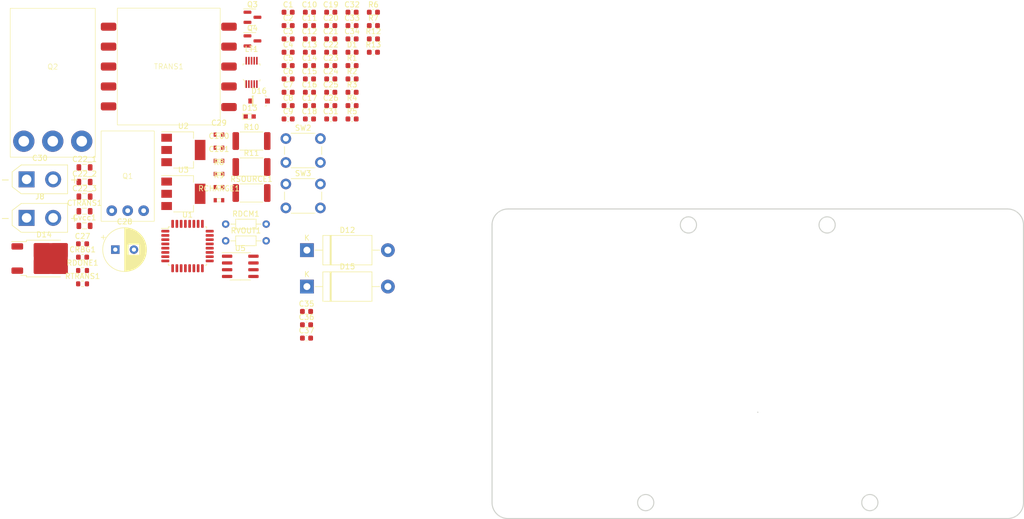
<source format=kicad_pcb>
(kicad_pcb (version 20221018) (generator pcbnew)
  (layers (0 "F.Cu" signal) (31 "B.Cu" signal) (34 "B.Paste" user) (35 "F.Paste" user) (36 "B.SilkS" user "B.Silkscreen") (37 "F.SilkS" user "F.Silkscreen") (38 "B.Mask" user) (39 "F.Mask" user) (44 "Edge.Cuts" user))
  (net 0 "")
  (net 1 "GND")
  (net 5 "+5V")
  (net 7 "V")
  (net 8 "Net-(U1-PF1)")
  (net 9 "Net-(U1-PF0)")
  (net 10 "Net-(LT1-vtrans)")
  (net 11 "Net-(LT1-rvout)")
  (net 12 "Net-(LT1-rdcm)")
  (net 13 "Net-(LT1-rbg)")
  (net 14 "Net-(D14-A)")
  (net 15 "Net-(Q3-B)")
  (net 16 "+15V")
  (net 17 "Net-(F1-Gate3)")
  (net 18 "Net-(F1-Source4)")
  (net 19 "Net-(D13-A)")
  (net 20 "CANL")
  (net 21 "CANH")
  (net 22 "GND2")
  (net 23 "CHARGE")
  (net 24 "14v")
  (net 25 "/source1")
  (net 26 "/source")
  (net 27 "/gate1")
  (net 28 "/gate")
  (net 29 "/drain1")
  (net 30 "+3V3")
  (net 31 "/drain")
  (net 32 "/DONE")
  (net 33 "NRST")
  (net 34 "TR_SIG")
  (net 35 "Net-(BZ1--)")
  (net 36 "KICK_SW")
  (net 37 "DR_SW")
  (net 43 "DR_PWM")
  (net 44 "Net-(C2-Pad2)")
  (net 46 "ENCODER_A")
  (net 47 "ENCODER_B")
  (net 48 "CANRX")
  (net 49 "CANTX")
  (net 50 "SYS-SWDIO")
  (net 51 "SYS-SWCLK")
  (net 53 "DIN")
  (net 54 "DOUT")
  (net 56 "Net-(U1-PB7)")
  (net 57 "Net-(U1-BOOT0)")
  (net 58 "14vv")
  (net 60 "Net-(D1-A)")
  (net 61 "Net-(D2-DIN)")
  (net 62 "Net-(J6-Pin_1)")
  (net 63 "Net-(D15-A2)")
  (net 64 "Net-(U2-GND)")
  (net 65 "Net-(D12-A2)")
  (net 66 "Net-(U2-VI)")
  (footprint "Capacitor_SMD:C_0603_1608Metric" (layer "F.Cu") (at 76.26 32.76)
    (fp_text reference "R5" (at 0 -1.43) (layer "F.SilkS"))
    (fp_text value "20k")
    (pad "1" smd roundrect (at -0.775 0) (size 0.9 0.95) (layers "F.Cu" "F.Paste" "F.Mask") (net 1 "GND"))
    (pad "2" smd roundrect (at 0.775 0) (size 0.9 0.95) (layers "F.Cu" "F.Paste" "F.Mask") (net 34 "TR_SIG"))
  )
  (footprint "Inductor_SMD:L_0805_2012Metric" (layer "F.Cu") (at 25.915 47.375)
    (fp_text reference "C22_3" (at 0 -1.55) (layer "F.SilkS"))
    (fp_text value "22uF")
    (pad "1" smd roundrect (at -1.0625 0) (size 0.875 1.2) (layers "F.Cu" "F.Paste" "F.Mask") (net 1 "GND"))
    (pad "2" smd roundrect (at 1.0625 0) (size 0.875 1.2) (layers "F.Cu" "F.Paste" "F.Mask") (net 24 "14v"))
  )
  (footprint "Package_QFP:LQFP-32_7x7mm_P0.8mm" (layer "F.Cu") (at 45.295 56.675)
    (fp_text reference "U1" (at 0 -5.88) (layer "F.SilkS"))
    (fp_text value "STM32F303K8Tx")
    (pad "1" smd roundrect (at -4.175 -2.8) (size 1.5 0.5) (layers "F.Cu" "F.Paste" "F.Mask") (net 30 "+3V3"))
    (pad "2" smd roundrect (at -4.175 -2) (size 1.5 0.5) (layers "F.Cu" "F.Paste" "F.Mask"))
    (pad "3" smd roundrect (at -4.175 -1.2) (size 1.5 0.5) (layers "F.Cu" "F.Paste" "F.Mask"))
    (pad "4" smd roundrect (at -4.175 -0.4) (size 1.5 0.5) (layers "F.Cu" "F.Paste" "F.Mask") (net 33 "NRST"))
    (pad "5" smd roundrect (at -4.175 0.4) (size 1.5 0.5) (layers "F.Cu" "F.Paste" "F.Mask") (net 30 "+3V3"))
    (pad "6" smd roundrect (at -4.175 1.2) (size 1.5 0.5) (layers "F.Cu" "F.Paste" "F.Mask") (net 34 "TR_SIG"))
    (pad "7" smd roundrect (at -4.175 2) (size 1.5 0.5) (layers "F.Cu" "F.Paste" "F.Mask") (net 35 "Net-(BZ1--)"))
    (pad "8" smd roundrect (at -4.175 2.8) (size 1.5 0.5) (layers "F.Cu" "F.Paste" "F.Mask") (net 36 "KICK_SW"))
    (pad "9" smd roundrect (at -2.8 4.175) (size 0.5 1.5) (layers "F.Cu" "F.Paste" "F.Mask") (net 37 "DR_SW"))
    (pad "10" smd roundrect (at -2 4.175) (size 0.5 1.5) (layers "F.Cu" "F.Paste" "F.Mask"))
    (pad "11" smd roundrect (at -1.2 4.175) (size 0.5 1.5) (layers "F.Cu" "F.Paste" "F.Mask"))
    (pad "12" smd roundrect (at -0.4 4.175) (size 0.5 1.5) (layers "F.Cu" "F.Paste" "F.Mask"))
    (pad "13" smd roundrect (at 0.4 4.175) (size 0.5 1.5) (layers "F.Cu" "F.Paste" "F.Mask"))
    (pad "14" smd roundrect (at 1.2 4.175) (size 0.5 1.5) (layers "F.Cu" "F.Paste" "F.Mask"))
    (pad "15" smd roundrect (at 2 4.175) (size 0.5 1.5) (layers "F.Cu" "F.Paste" "F.Mask") (net 43 "DR_PWM"))
    (pad "16" smd roundrect (at 2.8 4.175) (size 0.5 1.5) (layers "F.Cu" "F.Paste" "F.Mask") (net 1 "GND"))
    (pad "17" smd roundrect (at 4.175 2.8) (size 1.5 0.5) (layers "F.Cu" "F.Paste" "F.Mask") (net 44 "Net-(C2-Pad2)"))
    (pad "18" smd roundrect (at 4.175 2) (size 1.5 0.5) (layers "F.Cu" "F.Paste" "F.Mask"))
    (pad "19" smd roundrect (at 4.175 1.2) (size 1.5 0.5) (layers "F.Cu" "F.Paste" "F.Mask") (net 46 "ENCODER_A"))
    (pad "20" smd roundrect (at 4.175 0.4) (size 1.5 0.5) (layers "F.Cu" "F.Paste" "F.Mask") (net 47 "ENCODER_B"))
    (pad "21" smd roundrect (at 4.175 -0.4) (size 1.5 0.5) (layers "F.Cu" "F.Paste" "F.Mask") (net 48 "CANRX"))
    (pad "22" smd roundrect (at 4.175 -1.2) (size 1.5 0.5) (layers "F.Cu" "F.Paste" "F.Mask") (net 49 "CANTX"))
    (pad "23" smd roundrect (at 4.175 -2) (size 1.5 0.5) (layers "F.Cu" "F.Paste" "F.Mask") (net 50 "SYS-SWDIO"))
    (pad "24" smd roundrect (at 4.175 -2.8) (size 1.5 0.5) (layers "F.Cu" "F.Paste" "F.Mask") (net 51 "SYS-SWCLK"))
    (pad "25" smd roundrect (at 2.8 -4.175) (size 0.5 1.5) (layers "F.Cu" "F.Paste" "F.Mask"))
    (pad "26" smd roundrect (at 2 -4.175) (size 0.5 1.5) (layers "F.Cu" "F.Paste" "F.Mask") (net 50 "SYS-SWDIO"))
    (pad "27" smd roundrect (at 1.2 -4.175) (size 0.5 1.5) (layers "F.Cu" "F.Paste" "F.Mask") (net 53 "DIN"))
    (pad "28" smd roundrect (at 0.4 -4.175) (size 0.5 1.5) (layers "F.Cu" "F.Paste" "F.Mask") (net 54 "DOUT"))
    (pad "29" smd roundrect (at -0.4 -4.175) (size 0.5 1.5) (layers "F.Cu" "F.Paste" "F.Mask"))
    (pad "30" smd roundrect (at -1.2 -4.175) (size 0.5 1.5) (layers "F.Cu" "F.Paste" "F.Mask") (net 56 "Net-(U1-PB7)"))
    (pad "31" smd roundrect (at -2 -4.175) (size 0.5 1.5) (layers "F.Cu" "F.Paste" "F.Mask") (net 57 "Net-(U1-BOOT0)"))
    (pad "32" smd roundrect (at -2.8 -4.175) (size 0.5 1.5) (layers "F.Cu" "F.Paste" "F.Mask") (net 1 "GND"))
  )
  (footprint "Capacitor_SMD:C_0603_1608Metric" (layer "F.Cu") (at 64.23 25.23)
    (fp_text reference "C6" (at 0 -1.43) (layer "F.SilkS"))
    (fp_text value "0.1uF")
    (pad "1" smd roundrect (at -0.775 0) (size 0.9 0.95) (layers "F.Cu" "F.Paste" "F.Mask") (net 5 "+5V"))
    (pad "2" smd roundrect (at 0.775 0) (size 0.9 0.95) (layers "F.Cu" "F.Paste" "F.Mask") (net 1 "GND"))
  )
  (footprint "digikey-footprints:0603" (layer "F.Cu") (at 51.215 45.585)
    (fp_text reference "R9" (at 0 -2.2) (layer "F.SilkS"))
    (fp_text value "1kΩ")
    (pad "1" smd rect (at -0.7 0) (size 0.6 0.8) (layers "F.Cu" "F.Paste" "F.Mask") (net 25 "/source1"))
    (pad "2" smd rect (at 0.7 0) (size 0.6 0.8) (layers "F.Cu" "F.Paste" "F.Mask") (net 27 "/gate1"))
  )
  (footprint "Capacitor_SMD:C_0603_1608Metric" (layer "F.Cu") (at 76.26 27.74)
    (fp_text reference "R3" (at 0 -1.43) (layer "F.SilkS"))
    (fp_text value "10k")
    (pad "1" smd roundrect (at -0.775 0) (size 0.9 0.95) (layers "F.Cu" "F.Paste" "F.Mask") (net 53 "DIN"))
    (pad "2" smd roundrect (at 0.775 0) (size 0.9 0.95) (layers "F.Cu" "F.Paste" "F.Mask") (net 61 "Net-(D2-DIN)"))
  )
  (footprint "digikey-footprints:0603" (layer "F.Cu") (at 51.215 43.115)
    (fp_text reference "R8" (at 0 -2.2) (layer "F.SilkS"))
    (fp_text value "100Ω")
    (pad "1" smd rect (at -0.7 0) (size 0.6 0.8) (layers "F.Cu" "F.Paste" "F.Mask") (net 7 "V"))
    (pad "2" smd rect (at 0.7 0) (size 0.6 0.8) (layers "F.Cu" "F.Paste" "F.Mask") (net 27 "/gate1"))
  )
  (footprint "Capacitor_SMD:C_0603_1608Metric" (layer "F.Cu") (at 68.24 12.68)
    (fp_text reference "C10" (at 0 -1.43) (layer "F.SilkS"))
    (fp_text value "4.3pF")
    (pad "1" smd roundrect (at -0.775 0) (size 0.9 0.95) (layers "F.Cu" "F.Paste" "F.Mask") (net 9 "Net-(U1-PF0)"))
    (pad "2" smd roundrect (at 0.775 0) (size 0.9 0.95) (layers "F.Cu" "F.Paste" "F.Mask") (net 1 "GND"))
  )
  (footprint "digikey-footprints:0603" (layer "F.Cu") (at 51.215 38.175)
    (fp_text reference "C100" (at 0 -2.2) (layer "F.SilkS"))
    (fp_text value "10uF")
    (pad "1" smd rect (at -0.7 0) (size 0.6 0.8) (layers "F.Cu" "F.Paste" "F.Mask") (net 1 "GND"))
    (pad "2" smd rect (at 0.7 0) (size 0.6 0.8) (layers "F.Cu" "F.Paste" "F.Mask") (net 5 "+5V"))
  )
  (footprint "Capacitor_SMD:C_0603_1608Metric" (layer "F.Cu") (at 64.23 17.7)
    (fp_text reference "C3" (at 0 -1.43) (layer "F.SilkS"))
    (fp_text value "0.1uF")
    (pad "1" smd roundrect (at -0.775 0) (size 0.9 0.95) (layers "F.Cu" "F.Paste" "F.Mask") (net 1 "GND"))
    (pad "2" smd roundrect (at 0.775 0) (size 0.9 0.95) (layers "F.Cu" "F.Paste" "F.Mask") (net 30 "+3V3"))
  )
  (footprint "Resistor_THT:R_Axial_DIN0204_L3.6mm_D1.6mm_P7.62mm_Horizontal" (layer "F.Cu") (at 52.475 52.545)
    (fp_text reference "RDCM1" (at 3.81 -1.92) (layer "F.SilkS"))
    (fp_text value "42kΩ")
    (pad "1" thru_hole circle (at 0 0) (size 1.4 1.4) (drill 0.7) (layers "*.Cu" "*.Mask") (net 12 "Net-(LT1-rdcm)"))
    (pad "2" thru_hole oval (at 7.62 0) (size 1.4 1.4) (drill 0.7) (layers "*.Cu" "*.Mask") (net 31 "/drain"))
  )
  (footprint "Capacitor_SMD:C_0603_1608Metric" (layer "F.Cu") (at 80.27 15.19)
    (fp_text reference "R7" (at 0 -1.43) (layer "F.SilkS"))
    (fp_text value "10k")
    (pad "1" smd roundrect (at -0.775 0) (size 0.9 0.95) (layers "F.Cu" "F.Paste" "F.Mask") (net 17 "Net-(F1-Gate3)"))
    (pad "2" smd roundrect (at 0.775 0) (size 0.9 0.95) (layers "F.Cu" "F.Paste" "F.Mask") (net 1 "GND"))
  )
  (footprint "Capacitor_SMD:C_0603_1608Metric" (layer "F.Cu") (at 67.69 74)
    (fp_text reference "C37" (at 0 -1.43) (layer "F.SilkS"))
    (fp_text value "0.1uF")
    (pad "1" smd roundrect (at -0.775 0) (size 0.9 0.95) (layers "F.Cu" "F.Paste" "F.Mask") (net 63 "Net-(D15-A2)"))
    (pad "2" smd roundrect (at 0.775 0) (size 0.9 0.95) (layers "F.Cu" "F.Paste" "F.Mask") (net 1 "GND"))
  )
  (footprint "Package_SO:SOIC-8_3.9x4.9mm_P1.27mm" (layer "F.Cu") (at 55.225 60.495)
    (fp_text reference "U5" (at 0 -3.4) (layer "F.SilkS"))
    (fp_text value "MCP2551-I-SN")
    (pad "1" smd roundrect (at -2.475 -1.905) (size 1.95 0.6) (layers "F.Cu" "F.Paste" "F.Mask") (net 49 "CANTX"))
    (pad "2" smd roundrect (at -2.475 -0.635) (size 1.95 0.6) (layers "F.Cu" "F.Paste" "F.Mask") (net 1 "GND"))
    (pad "3" smd roundrect (at -2.475 0.635) (size 1.95 0.6) (layers "F.Cu" "F.Paste" "F.Mask") (net 5 "+5V"))
    (pad "4" smd roundrect (at -2.475 1.905) (size 1.95 0.6) (layers "F.Cu" "F.Paste" "F.Mask") (net 48 "CANRX"))
    (pad "5" smd roundrect (at 2.475 1.905) (size 1.95 0.6) (layers "F.Cu" "F.Paste" "F.Mask"))
    (pad "6" smd roundrect (at 2.475 0.635) (size 1.95 0.6) (layers "F.Cu" "F.Paste" "F.Mask") (net 20 "CANL"))
    (pad "7" smd roundrect (at 2.475 -0.635) (size 1.95 0.6) (layers "F.Cu" "F.Paste" "F.Mask") (net 21 "CANH"))
    (pad "8" smd roundrect (at 2.475 -1.905) (size 1.95 0.6) (layers "F.Cu" "F.Paste" "F.Mask") (net 1 "GND"))
  )
  (footprint "Connector_AMASS:AMASS_XT30UPB-F_1x02_P5.0mm_Vertical" (layer "F.Cu") (at 15.015 51.375)
    (fp_text reference "J8" (at 2.5 -4) (layer "F.SilkS"))
    (fp_text value "Conn_01x02_Pin")
    (fp_text user "+" (at 9 0) (layer "F.SilkS") (effects (font (size 1.5 1.5))))
    (fp_text user "-" (at -4 0) (layer "F.SilkS") (effects (font (size 1.5 1.5))))
    (pad "1" thru_hole rect (at 0 0) (size 3 3) (drill 1.8) (layers "*.Cu" "*.Mask") (net 22 "GND2"))
    (pad "2" thru_hole circle (at 5 0) (size 3 3) (drill 1.8) (layers "*.Cu" "*.Mask") (net 29 "/drain1"))
  )
  (footprint "Capacitor_SMD:C_0603_1608Metric" (layer "F.Cu") (at 80.27 12.68)
    (fp_text reference "R6" (at 0 -1.43) (layer "F.SilkS"))
    (fp_text value "10k")
    (pad "1" smd roundrect (at -0.775 0) (size 0.9 0.95) (layers "F.Cu" "F.Paste" "F.Mask") (net 15 "Net-(Q3-B)"))
    (pad "2" smd roundrect (at 0.775 0) (size 0.9 0.95) (layers "F.Cu" "F.Paste" "F.Mask") (net 1 "GND"))
  )
  (footprint "DCDC1_library:tk20a60u" (layer "F.Cu") (at 34.04 44.02)
    (fp_text reference "Q1" (at 0 -0.5 unlocked) (layer "F.SilkS") (effects (font (thickness 0.1))))
    (fp_text value "tk20a60u")
    (pad "1" thru_hole circle (at 3 6 180) (size 2 2) (drill 0.9) (layers "*.Cu" "*.Mask") (net 28 "/gate"))
    (pad "2" thru_hole circle (at 0 6 180) (size 2 2) (drill 0.9) (layers "*.Cu" "*.Mask"))
    (pad "3" thru_hole circle (at -3 6 180) (size 2 2) (drill 0.9) (layers "*.Cu" "*.Mask") (net 26 "/source"))
  )
  (footprint "Capacitor_SMD:C_0603_1608Metric" (layer "F.Cu") (at 76.26 20.21)
    (fp_text reference "D1" (at 0 -1.43) (layer "F.SilkS"))
    (fp_text value "LED")
    (pad "1" smd roundrect (at -0.775 0) (size 0.9 0.95) (layers "F.Cu" "F.Paste" "F.Mask") (net 1 "GND"))
    (pad "2" smd roundrect (at 0.775 0) (size 0.9 0.95) (layers "F.Cu" "F.Paste" "F.Mask") (net 60 "Net-(D1-A)"))
  )
  (footprint "Capacitor_SMD:C_0603_1608Metric" (layer "F.Cu") (at 68.24 27.74)
    (fp_text reference "C16" (at 0 -1.43) (layer "F.SilkS"))
    (fp_text value "0.1uF")
    (pad "1" smd roundrect (at -0.775 0) (size 0.9 0.95) (layers "F.Cu" "F.Paste" "F.Mask") (net 5 "+5V"))
    (pad "2" smd roundrect (at 0.775 0) (size 0.9 0.95) (layers "F.Cu" "F.Paste" "F.Mask") (net 1 "GND"))
  )
  (footprint "Capacitor_SMD:C_0603_1608Metric" (layer "F.Cu") (at 76.26 17.7)
    (fp_text reference "C34" (at 0 -1.43) (layer "F.SilkS"))
    (fp_text value "0.1uF")
    (pad "1" smd roundrect (at -0.775 0) (size 0.9 0.95) (layers "F.Cu" "F.Paste" "F.Mask") (net 65 "Net-(D12-A2)"))
    (pad "2" smd roundrect (at 0.775 0) (size 0.9 0.95) (layers "F.Cu" "F.Paste" "F.Mask") (net 1 "GND"))
  )
  (footprint "Capacitor_SMD:C_0603_1608Metric" (layer "F.Cu") (at 64.23 12.68)
    (fp_text reference "C1" (at 0 -1.43) (layer "F.SilkS"))
    (fp_text value "0.1uF")
    (pad "1" smd roundrect (at -0.775 0) (size 0.9 0.95) (layers "F.Cu" "F.Paste" "F.Mask") (net 1 "GND"))
    (pad "2" smd roundrect (at 0.775 0) (size 0.9 0.95) (layers "F.Cu" "F.Paste" "F.Mask") (net 30 "+3V3"))
  )
  (footprint "Inductor_SMD:L_0805_2012Metric" (layer "F.Cu") (at 25.915 52.875)
    (fp_text reference "Cvcc1" (at 0 -1.55) (layer "F.SilkS"))
    (fp_text value "10uF")
    (pad "1" smd roundrect (at -1.0625 0) (size 0.875 1.2) (layers "F.Cu" "F.Paste" "F.Mask") (net 24 "14v"))
    (pad "2" smd roundrect (at 1.0625 0) (size 0.875 1.2) (layers "F.Cu" "F.Paste" "F.Mask") (net 1 "GND"))
  )
  (footprint "Capacitor_SMD:C_0603_1608Metric" (layer "F.Cu") (at 72.25 32.76)
    (fp_text reference "C31" (at 0 -1.43) (layer "F.SilkS"))
    (fp_text value "22uF")
    (pad "1" smd roundrect (at -0.775 0) (size 0.9 0.95) (layers "F.Cu" "F.Paste" "F.Mask") (net 63 "Net-(D15-A2)"))
    (pad "2" smd roundrect (at 0.775 0) (size 0.9 0.95) (layers "F.Cu" "F.Paste" "F.Mask") (net 64 "Net-(U2-GND)"))
  )
  (footprint "Package_TO_SOT_SMD:SOT-223-3_TabPin2" (layer "F.Cu") (at 44.515 46.845)
    (fp_text reference "U3" (at 0 -4.5) (layer "F.SilkS"))
    (fp_text value "AMS1117-5.0")
    (pad "1" smd rect (at -3.15 -2.3) (size 2 1.5) (layers "F.Cu" "F.Paste" "F.Mask") (net 1 "GND"))
    (pad "2" smd rect (at -3.15 0) (size 2 1.5) (layers "F.Cu" "F.Paste" "F.Mask") (net 65 "Net-(D12-A2)"))
    (pad "2" smd rect (at 3.15 0) (size 2 3.8) (layers "F.Cu" "F.Paste" "F.Mask") (net 65 "Net-(D12-A2)"))
    (pad "3" smd rect (at -3.15 2.3) (size 2 1.5) (layers "F.Cu" "F.Paste" "F.Mask") (net 63 "Net-(D15-A2)"))
  )
  (footprint "Capacitor_SMD:C_0603_1608Metric" (layer "F.Cu") (at 64.23 32.76)
    (fp_text reference "C9" (at 0 -1.43) (layer "F.SilkS"))
    (fp_text value "4.7uF")
    (pad "1" smd roundrect (at -0.775 0) (size 0.9 0.95) (layers "F.Cu" "F.Paste" "F.Mask") (net 1 "GND"))
    (pad "2" smd roundrect (at 0.775 0) (size 0.9 0.95) (layers "F.Cu" "F.Paste" "F.Mask") (net 30 "+3V3"))
  )
  (footprint "Capacitor_SMD:C_0603_1608Metric" (layer "F.Cu") (at 76.26 15.19)
    (fp_text reference "C33" (at 0 -1.43) (layer "F.SilkS"))
    (fp_text value "0.1uF")
    (pad "1" smd roundrect (at -0.775 0) (size 0.9 0.95) (layers "F.Cu" "F.Paste" "F.Mask") (net 58 "14vv"))
    (pad "2" smd roundrect (at 0.775 0) (size 0.9 0.95) (layers "F.Cu" "F.Paste" "F.Mask") (net 1 "GND"))
  )
  (footprint "Capacitor_SMD:C_0603_1608Metric" (layer "F.Cu") (at 76.26 30.25)
    (fp_text reference "R4" (at 0 -1.43) (layer "F.SilkS"))
    (fp_text value "470")
    (pad "1" smd roundrect (at -0.775 0) (size 0.9 0.95) (layers "F.Cu" "F.Paste" "F.Mask") (net 62 "Net-(J6-Pin_1)"))
    (pad "2" smd roundrect (at 0.775 0) (size 0.9 0.95) (layers "F.Cu" "F.Paste" "F.Mask") (net 5 "+5V"))
  )
  (footprint "digikey-footprints:0603" (layer "F.Cu") (at 51.215 40.645)
    (fp_text reference "C101" (at 0 -2.2) (layer "F.SilkS"))
    (fp_text value "0.1uF")
    (pad "1" smd rect (at -0.7 0) (size 0.6 0.8) (layers "F.Cu" "F.Paste" "F.Mask") (net 1 "GND"))
    (pad "2" smd rect (at 0.7 0) (size 0.6 0.8) (layers "F.Cu" "F.Paste" "F.Mask") (net 5 "+5V"))
  )
  (footprint "Inductor_SMD:L_0805_2012Metric" (layer "F.Cu") (at 25.915 41.875)
    (fp_text reference "C22_1" (at 0 -1.55) (layer "F.SilkS"))
    (fp_text value "22uF")
    (pad "1" smd roundrect (at -1.0625 0) (size 0.875 1.2) (layers "F.Cu" "F.Paste" "F.Mask") (net 1 "GND"))
    (pad "2" smd roundrect (at 1.0625 0) (size 0.875 1.2) (layers "F.Cu" "F.Paste" "F.Mask") (net 24 "14v"))
  )
  (footprint "digikey-footprints:0603" (layer "F.Cu") (at 51.215 48.055)
    (fp_text reference "RCHARGE1" (at 0 -2.2) (layer "F.SilkS"))
    (fp_text value "1kΩ")
    (pad "1" smd rect (at -0.7 0) (size 0.6 0.8) (layers "F.Cu" "F.Paste" "F.Mask") (net 19 "Net-(D13-A)"))
    (pad "2" smd rect (at 0.7 0) (size 0.6 0.8) (layers "F.Cu" "F.Paste" "F.Mask") (net 23 "CHARGE"))
  )
  (footprint "Resistor_SMD:R_2512_6332Metric" (layer "F.Cu") (at 57.335 41.805)
    (fp_text reference "R11" (at 0 -2.62) (layer "F.SilkS"))
    (fp_text value "120Ω")
    (pad "1" smd roundrect (at -2.9625 0) (size 1.225 3.35) (layers "F.Cu" "F.Paste" "F.Mask") (roundrect_rratio 0.204082) (net 21 "CANH"))
    (pad "2" smd roundrect (at 2.9625 0) (size 1.225 3.35) (layers "F.Cu" "F.Paste" "F.Mask") (roundrect_rratio 0.204082) (net 20 "CANL"))
  )
  (footprint "Resistor_THT:R_Axial_DIN0204_L3.6mm_D1.6mm_P7.62mm_Horizontal" (layer "F.Cu") (at 52.475 55.695)
    (fp_text reference "RVOUT1" (at 3.81 -1.92) (layer "F.SilkS"))
    (fp_text value "30kΩ")
    (pad "1" thru_hole circle (at 0 0) (size 1.4 1.4) (drill 0.7) (layers "*.Cu" "*.Mask") (net 11 "Net-(LT1-rvout)"))
    (pad "2" thru_hole oval (at 7.62 0) (size 1.4 1.4) (drill 0.7) (layers "*.Cu" "*.Mask") (net 31 "/drain"))
  )
  (footprint "Capacitor_SMD:C_0603_1608Metric" (layer "F.Cu") (at 72.25 27.74)
    (fp_text reference "C25" (at 0 -1.43) (layer "F.SilkS"))
    (fp_text value "0.1uF")
    (pad "1" smd roundrect (at -0.775 0) (size 0.9 0.95) (layers "F.Cu" "F.Paste" "F.Mask") (net 5 "+5V"))
    (pad "2" smd roundrect (at 0.775 0) (size 0.9 0.95) (layers "F.Cu" "F.Paste" "F.Mask") (net 1 "GND"))
  )
  (footprint "Resistor_SMD:R_0603_1608Metric" (layer "F.Cu") (at 25.545 61.275)
    (fp_text reference "RDONE1" (at 0 -1.43) (layer "F.SilkS"))
    (fp_text value "100kΩ")
    (pad "1" smd roundrect (at -0.825 0) (size 0.8 0.95) (layers "F.Cu" "F.Paste" "F.Mask") (net 5 "+5V"))
    (pad "2" smd roundrect (at 0.825 0) (size 0.8 0.95) (layers "F.Cu" "F.Paste" "F.Mask") (net 32 "/DONE"))
  )
  (footprint "Capacitor_THT:CP_Radial_D8.0mm_P3.50mm" (layer "F.Cu") (at 31.709698 57.345)
    (fp_text reference "C28" (at 1.75 -5.25) (layer "F.SilkS"))
    (fp_text value "150uF 35v")
    (pad "1" thru_hole rect (at 0 0) (size 1.6 1.6) (drill 0.8) (layers "*.Cu" "*.Mask") (net 1 "GND"))
    (pad "2" thru_hole circle (at 3.5 0) (size 1.6 1.6) (drill 0.8) (layers "*.Cu" "*.Mask") (net 24 "14v"))
  )
  (footprint "Capacitor_SMD:C_0603_1608Metric" (layer "F.Cu") (at 76.26 12.68)
    (fp_text reference "C32" (at 0 -1.43) (layer "F.SilkS"))
    (fp_text value "0.1uF")
    (pad "1" smd roundrect (at -0.775 0) (size 0.9 0.95) (layers "F.Cu" "F.Paste" "F.Mask") (net 63 "Net-(D15-A2)"))
    (pad "2" smd roundrect (at 0.775 0) (size 0.9 0.95) (layers "F.Cu" "F.Paste" "F.Mask") (net 1 "GND"))
  )
  (footprint "Resistor_SMD:R_0603_1608Metric" (layer "F.Cu") (at 25.545 63.785)
    (fp_text reference "RTRANS1" (at 0 -1.43) (layer "F.SilkS"))
    (fp_text value "0Ω")
    (pad "1" smd roundrect (at -0.825 0) (size 0.8 0.95) (layers "F.Cu" "F.Paste" "F.Mask") (net 24 "14v"))
    (pad "2" smd roundrect (at 0.825 0) (size 0.8 0.95) (layers "F.Cu" "F.Paste" "F.Mask") (net 10 "Net-(LT1-vtrans)"))
  )
  (footprint "Diode_THT:D_DO-201AE_P15.24mm_Horizontal" (layer "F.Cu") (at 67.76 64.3)
    (fp_text reference "D15" (at 7.62 -3.77) (layer "F.SilkS"))
    (fp_text value "1.5KExxA")
    (fp_text user "K" (at 0 -2.3) (layer "F.SilkS"))
    (pad "1" thru_hole rect (at 0 0) (size 2.6 2.6) (drill 1.3) (layers "*.Cu" "*.Mask") (net 5 "+5V"))
    (pad "2" thru_hole oval (at 15.24 0) (size 2.6 2.6) (drill 1.3) (layers "*.Cu" "*.Mask") (net 63 "Net-(D15-A2)"))
  )
  (footprint "Capacitor_SMD:C_0603_1608Metric" (layer "F.Cu") (at 72.25 15.19)
    (fp_text reference "C20" (at 0 -1.43) (layer "F.SilkS"))
    (fp_text value "0.1uF")
    (pad "1" smd roundrect (at -0.775 0) (size 0.9 0.95) (layers "F.Cu" "F.Paste" "F.Mask") (net 5 "+5V"))
    (pad "2" smd roundrect (at 0.775 0) (size 0.9 0.95) (layers "F.Cu" "F.Paste" "F.Mask") (net 1 "GND"))
  )
  (footprint "Capacitor_SMD:C_0603_1608Metric" (layer "F.Cu") (at 68.24 17.7)
    (fp_text reference "C12" (at 0 -1.43) (layer "F.SilkS"))
    (fp_text value "0.1uF")
    (pad "1" smd roundrect (at -0.775 0) (size 0.9 0.95) (layers "F.Cu" "F.Paste" "F.Mask") (net 5 "+5V"))
    (pad "2" smd roundrect (at 0.775 0) (size 0.9 0.95) (layers "F.Cu" "F.Paste" "F.Mask") (net 1 "GND"))
  )
  (footprint "Resistor_SMD:R_2512_6332Metric" (layer "F.Cu") (at 57.335 46.695)
    (fp_text reference "RSOURCE1" (at 0 -2.62) (layer "F.SilkS"))
    (fp_text value "0.01Ω")
    (pad "1" smd roundrect (at -2.9625 0) (size 1.225 3.35) (layers "F.Cu" "F.Paste" "F.Mask") (roundrect_rratio 0.204082) (net 1 "GND"))
    (pad "2" smd roundrect (at 2.9625 0) (size 1.225 3.35) (layers "F.Cu" "F.Paste" "F.Mask") (roundrect_rratio 0.204082) (net 26 "/source"))
  )
  (footprint "Capacitor_SMD:C_0603_1608Metric" (layer "F.Cu") (at 68.24 22.72)
    (fp_text reference "C14" (at 0 -1.43) (layer "F.SilkS"))
    (fp_text value "0.1uF")
    (pad "1" smd roundrect (at -0.775 0) (size 0.9 0.95) (layers "F.Cu" "F.Paste" "F.Mask") (net 5 "+5V"))
    (pad "2" smd roundrect (at 0.775 0) (size 0.9 0.95) (layers "F.Cu" "F.Paste" "F.Mask") (net 1 "GND"))
  )
  (footprint "Capacitor_SMD:C_0603_1608Metric" (layer "F.Cu") (at 64.23 27.74)
    (fp_text reference "C7" (at 0 -1.43) (layer "F.SilkS"))
    (fp_text value "0.1uF")
    (pad "1" smd roundrect (at -0.775 0) (size 0.9 0.95) (layers "F.Cu" "F.Paste" "F.Mask") (net 5 "+5V"))
    (pad "2" smd roundrect (at 0.775 0) (size 0.9 0.95) (layers "F.Cu" "F.Paste" "F.Mask") (net 1 "GND"))
  )
  (footprint "Package_TO_SOT_SMD:TO-252-2" (layer "F.Cu") (at 18.305 59.025)
    (fp_text reference "D14" (at 0 -4.5) (layer "F.SilkS"))
    (fp_text value "1N4007G")
    (pad "1" smd roundrect (at -5.04 -2.28) (size 2.2 1.2) (layers "F.Cu" "F.Paste" "F.Mask") (roundrect_rratio 0.208333) (net 22 "GND2"))
    (pad "2" smd roundrect (at -0.415 -1.525) (size 3.05 2.75) (layers "F.Cu" "F.Paste") (roundrect_rratio 0.090909) (net 14 "Net-(D14-A)"))
    (pad "2" smd roundrect (at -0.415 1.525) (size 3.05 2.75) (layers "F.Cu" "F.Paste") (roundrect_rratio 0.090909) (net 14 "Net-(D14-A)"))
    (pad "2" smd roundrect (at 1.26 0) (size 6.4 5.8) (layers "F.Cu" "F.Mask") (roundrect_rratio 0.043103) (net 14 "Net-(D14-A)"))
    (pad "2" smd roundrect (at 2.935 -1.525) (size 3.05 2.75) (layers "F.Cu" "F.Paste") (roundrect_rratio 0.090909) (net 14 "Net-(D14-A)"))
    (pad "2" smd roundrect (at 2.935 1.525) (size 3.05 2.75) (layers "F.Cu" "F.Paste") (roundrect_rratio 0.090909) (net 14 "Net-(D14-A)"))
    (pad "3" smd roundrect (at -5.04 2.28) (size 2.2 1.2) (layers "F.Cu" "F.Paste" "F.Mask") (roundrect_rratio 0.208333))
  )
  (footprint "Capacitor_SMD:C_0603_1608Metric" (layer "F.Cu") (at 68.24 32.76)
    (fp_text reference "C18" (at 0 -1.43) (layer "F.SilkS"))
    (fp_text value "0.1uF")
    (pad "1" smd roundrect (at -0.775 0) (size 0.9 0.95) (layers "F.Cu" "F.Paste" "F.Mask") (net 5 "+5V"))
    (pad "2" smd roundrect (at 0.775 0) (size 0.9 0.95) (layers "F.Cu" "F.Paste" "F.Mask") (net 1 "GND"))
  )
  (footprint "Capacitor_SMD:C_0603_1608Metric" (layer "F.Cu") (at 72.25 30.25)
    (fp_text reference "C26" (at 0 -1.43) (layer "F.SilkS"))
    (fp_text value "0.1uF")
    (pad "1" smd roundrect (at -0.775 0) (size 0.9 0.95) (layers "F.Cu" "F.Paste" "F.Mask") (net 5 "+5V"))
    (pad "2" smd roundrect (at 0.775 0) (size 0.9 0.95) (layers "F.Cu" "F.Paste" "F.Mask") (net 1 "GND"))
  )
  (footprint "Capacitor_SMD:C_0603_1608Metric" (layer "F.Cu") (at 64.23 15.19)
    (fp_text reference "C2" (at 0 -1.43) (layer "F.SilkS"))
    (fp_text value "0.1uF")
    (pad "1" smd roundrect (at -0.775 0) (size 0.9 0.95) (layers "F.Cu" "F.Paste" "F.Mask") (net 1 "GND"))
    (pad "2" smd roundrect (at 0.775 0) (size 0.9 0.95) (layers "F.Cu" "F.Paste" "F.Mask") (net 44 "Net-(C2-Pad2)"))
  )
  (footprint "Capacitor_SMD:C_0603_1608Metric" (layer "F.Cu") (at 72.25 22.72)
    (fp_text reference "C23" (at 0 -1.43) (layer "F.SilkS"))
    (fp_text value "0.1uF")
    (pad "1" smd roundrect (at -0.775 0) (size 0.9 0.95) (layers "F.Cu" "F.Paste" "F.Mask") (net 5 "+5V"))
    (pad "2" smd roundrect (at 0.775 0) (size 0.9 0.95) (layers "F.Cu" "F.Paste" "F.Mask") (net 1 "GND"))
  )
  (footprint "digikey-footprints:MSOP-10_W3mm" (layer "F.Cu") (at 57.345 24.005)
    (fp_text reference "LT1" (at 0 -4.4) (layer "F.SilkS"))
    (fp_text value "~")
    (pad "1" smd rect (at -1 2.2) (size 0.3 1.45) (layers "F.Cu" "F.Paste" "F.Mask"))
    (pad "2" smd rect (at -0.5 2.2) (size 0.3 1.45) (layers "F.Cu" "F.Paste" "F.Mask"))
    (pad "3" smd rect (at 0 2.2) (size 0.3 1.45) (layers "F.Cu" "F.Paste" "F.Mask"))
    (pad "4" smd rect (at 0.5 2.2) (size 0.3 1.45) (layers "F.Cu" "F.Paste" "F.Mask"))
    (pad "5" smd rect (at 1 2.2) (size 0.3 1.45) (layers "F.Cu" "F.Paste" "F.Mask"))
    (pad "6" smd rect (at 1 -2.2) (size 0.3 1.45) (layers "F.Cu" "F.Paste" "F.Mask"))
    (pad "7" smd rect (at 0.5 -2.2) (size 0.3 1.45) (layers "F.Cu" "F.Paste" "F.Mask"))
    (pad "8" smd rect (at 0 -2.2) (size 0.3 1.45) (layers "F.Cu" "F.Paste" "F.Mask"))
    (pad "9" smd rect (at -0.5 -2.2) (size 0.3 1.45) (layers "F.Cu" "F.Paste" "F.Mask"))
    (pad "10" smd rect (at -1 -2.2) (size 0.3 1.45) (layers "F.Cu" "F.Paste" "F.Mask"))
  )
  (footprint "Capacitor_SMD:C_0603_1608Metric" (layer "F.Cu") (at 68.24 15.19)
    (fp_text reference "C11" (at 0 -1.43) (layer "F.SilkS"))
    (fp_text value "0.1uF")
    (pad "1" smd roundrect (at -0.775 0) (size 0.9 0.95) (layers "F.Cu" "F.Paste" "F.Mask") (net 5 "+5V"))
    (pad "2" smd roundrect (at 0.775 0) (size 0.9 0.95) (layers "F.Cu" "F.Paste" "F.Mask") (net 1 "GND"))
  )
  (footprint "Connector_AMASS:AMASS_XT30UPB-F_1x02_P5.0mm_Vertical" (layer "F.Cu") (at 15.015 44.125)
    (fp_text reference "C30" (at 2.5 -4) (layer "F.SilkS"))
    (fp_text value "2200uF")
    (fp_text user "+" (at 9 0) (layer "F.SilkS") (effects (font (size 1.5 1.5))))
    (fp_text user "-" (at -4 0) (layer "F.SilkS") (effects (font (size 1.5 1.5))))
    (pad "1" thru_hole rect (at 0 0) (size 3 3) (drill 1.8) (layers "*.Cu" "*.Mask") (net 22 "GND2"))
    (pad "2" thru_hole circle (at 5 0) (size 3 3) (drill 1.8) (layers "*.Cu" "*.Mask") (net 22 "GND2"))
  )
  (footprint "Inductor_SMD:L_0603_1608Metric" (layer "F.Cu") (at 25.545 56.255)
    (fp_text reference "C27" (at 0 -1.43) (layer "F.SilkS"))
    (fp_text value "1000pf")
    (pad "1" smd roundrect (at -0.7875 0) (size 0.875 0.95) (layers "F.Cu" "F.Paste" "F.Mask") (net 23 "CHARGE"))
    (pad "2" smd roundrect (at 0.7875 0) (size 0.875 0.95) (layers "F.Cu" "F.Paste" "F.Mask") (net 1 "GND"))
  )
  (footprint "Capacitor_SMD:C_0603_1608Metric" (layer "F.Cu") (at 72.25 20.21)
    (fp_text reference "C22" (at 0 -1.43) (layer "F.SilkS"))
    (fp_text value "0.1uF")
    (pad "1" smd roundrect (at -0.775 0) (size 0.9 0.95) (layers "F.Cu" "F.Paste" "F.Mask") (net 5 "+5V"))
    (pad "2" smd roundrect (at 0.775 0) (size 0.9 0.95) (layers "F.Cu" "F.Paste" "F.Mask") (net 1 "GND"))
  )
  (footprint "digikey-footprints:LED_0603" (layer "F.Cu") (at 56.995 32.295)
    (fp_text reference "D13" (at 0 -1.61) (layer "F.SilkS"))
    (fp_text value "LED")
    (pad "1" smd rect (at -0.75 0) (size 0.8 0.8) (layers "F.Cu" "F.Paste" "F.Mask") (net 1 "GND"))
    (pad "2" smd rect (at 0.75 0) (size 0.8 0.8) (layers "F.Cu" "F.Paste" "F.Mask") (net 19 "Net-(D13-A)"))
  )
  (footprint "Diode_THT:D_DO-201AE_P15.24mm_Horizontal" (layer "F.Cu") (at 67.76 57.45)
    (fp_text reference "D12" (at 7.62 -3.77) (layer "F.SilkS"))
    (fp_text value "1.5KExxA")
    (fp_text user "K" (at 0 -2.3) (layer "F.SilkS"))
    (pad "1" thru_hole rect (at 0 0) (size 2.6 2.6) (drill 1.3) (layers "*.Cu" "*.Mask"))
    (pad "2" thru_hole oval (at 15.24 0) (size 2.6 2.6) (drill 1.3) (layers "*.Cu" "*.Mask") (net 65 "Net-(D12-A2)"))
  )
  (footprint "Button_Switch_THT:SW_PUSH_6mm" (layer "F.Cu") (at 63.8 45)
    (fp_text reference "SW3" (at 3.25 -2) (layer "F.SilkS"))
    (fp_text value "SW_MEC_5E")
    (pad "1" thru_hole circle (at 0 0 90) (size 2 2) (drill 1.1) (layers "*.Cu" "*.Mask") (net 1 "GND"))
    (pad "1" thru_hole circle (at 6.5 0 90) (size 2 2) (drill 1.1) (layers "*.Cu" "*.Mask") (net 1 "GND"))
    (pad "2" thru_hole circle (at 0 4.5 90) (size 2 2) (drill 1.1) (layers "*.Cu" "*.Mask") (net 1 "GND"))
    (pad "2" thru_hole circle (at 6.5 4.5 90) (size 2 2) (drill 1.1) (layers "*.Cu" "*.Mask") (net 1 "GND"))
  )
  (footprint "Capacitor_SMD:C_0603_1608Metric" (layer "F.Cu") (at 68.24 25.23)
    (fp_text reference "C15" (at 0 -1.43) (layer "F.SilkS"))
    (fp_text value "0.1uF")
    (pad "1" smd roundrect (at -0.775 0) (size 0.9 0.95) (layers "F.Cu" "F.Paste" "F.Mask") (net 5 "+5V"))
    (pad "2" smd roundrect (at 0.775 0) (size 0.9 0.95) (layers "F.Cu" "F.Paste" "F.Mask") (net 1 "GND"))
  )
  (footprint "Capacitor_SMD:C_0603_1608Metric" (layer "F.Cu") (at 80.27 17.7)
    (fp_text reference "R12" (at 0 -1.43) (layer "F.SilkS"))
    (fp_text value "5k")
    (pad "1" smd roundrect (at -0.775 0) (size 0.9 0.95) (layers "F.Cu" "F.Paste" "F.Mask") (net 5 "+5V"))
    (pad "2" smd roundrect (at 0.775 0) (size 0.9 0.95) (layers "F.Cu" "F.Paste" "F.Mask") (net 46 "ENCODER_A"))
  )
  (footprint "Capacitor_SMD:C_0603_1608Metric" (layer "F.Cu") (at 64.23 30.25)
    (fp_text reference "C8" (at 0 -1.43) (layer "F.SilkS"))
    (fp_text value "4.3pF")
    (pad "1" smd roundrect (at -0.775 0) (size 0.9 0.95) (layers "F.Cu" "F.Paste" "F.Mask") (net 8 "Net-(U1-PF1)"))
    (pad "2" smd roundrect (at 0.775 0) (size 0.9 0.95) (layers "F.Cu" "F.Paste" "F.Mask") (net 1 "GND"))
  )
  (footprint "Capacitor_SMD:C_0603_1608Metric" (layer "F.Cu") (at 67.69 68.98)
    (fp_text reference "C35" (at 0 -1.43) (layer "F.SilkS"))
    (fp_text value "0.1uF")
    (pad "1" smd roundrect (at -0.775 0) (size 0.9 0.95) (layers "F.Cu" "F.Paste" "F.Mask") (net 1 "GND"))
    (pad "2" smd roundrect (at 0.775 0) (size 0.9 0.95) (layers "F.Cu" "F.Paste" "F.Mask") (net 66 "Net-(U2-VI)"))
  )
  (footprint "Capacitor_SMD:C_0603_1608Metric" (layer "F.Cu") (at 68.24 30.25)
    (fp_text reference "C17" (at 0 -1.43) (layer "F.SilkS"))
    (fp_text value "0.1uF")
    (pad "1" smd roundrect (at -0.775 0) (size 0.9 0.95) (layers "F.Cu" "F.Paste" "F.Mask") (net 5 "+5V"))
    (pad "2" smd roundrect (at 0.775 0) (size 0.9 0.95) (layers "F.Cu" "F.Paste" "F.Mask") (net 1 "GND"))
  )
  (footprint "digikey-footprints:IRFP150NPbF" (layer "F.Cu") (at 19.94 36.95)
    (fp_text reference "Q2" (at 0 -14 unlocked) (layer "F.SilkS") (effects (font (thickness 0.1))))
    (fp_text value "IRFP150NPbF")
    (pad "1" thru_hole circle (at -5.45 0) (size 4 4) (drill 2) (layers "*.Cu" "*.Mask") (net 25 "/source1"))
    (pad "2" thru_hole circle (at 0 0) (size 4 4) (drill 2) (layers "*.Cu" "*.Mask") (net 27 "/gate1"))
    (pad "3" thru_hole circle (at 5.45 0) (size 4 4) (drill 2) (layers "*.Cu" "*.Mask") (net 29 "/drain1"))
  )
  (footprint "Capacitor_SMD:C_0603_1608Metric" (layer "F.Cu") (at 68.24 20.21)
    (fp_text reference "C13" (at 0 -1.43) (layer "F.SilkS"))
    (fp_text value "0.1uF")
    (pad "1" smd roundrect (at -0.775 0) (size 0.9 0.95) (layers "F.Cu" "F.Paste" "F.Mask") (net 5 "+5V"))
    (pad "2" smd roundrect (at 0.775 0) (size 0.9 0.95) (layers "F.Cu" "F.Paste" "F.Mask") (net 1 "GND"))
  )
  (footprint "Button_Switch_THT:SW_PUSH_6mm" (layer "F.Cu") (at 63.8 36.45)
    (fp_text reference "SW2" (at 3.25 -2) (layer "F.SilkS"))
    (fp_text value "SW_MEC_5E")
    (pad "1" thru_hole circle (at 0 0 90) (size 2 2) (drill 1.1) (layers "*.Cu" "*.Mask") (net 1 "GND"))
    (pad "1" thru_hole circle (at 6.5 0 90) (size 2 2) (drill 1.1) (layers "*.Cu" "*.Mask") (net 1 "GND"))
    (pad "2" thru_hole circle (at 0 4.5 90) (size 2 2) (drill 1.1) (layers "*.Cu" "*.Mask") (net 1 "GND"))
    (pad "2" thru_hole circle (at 6.5 4.5 90) (size 2 2) (drill 1.1) (layers "*.Cu" "*.Mask") (net 1 "GND"))
  )
  (footprint "Package_TO_SOT_SMD:SOT-23" (layer "F.Cu") (at 57.515 13.625)
    (fp_text reference "Q3" (at 0 -2.4) (layer "F.SilkS"))
    (fp_text value "MMBT3906")
    (pad "1" smd roundrect (at -0.9375 -0.95) (size 1.475 0.6) (layers "F.Cu" "F.Paste" "F.Mask") (net 15 "Net-(Q3-B)"))
    (pad "2" smd roundrect (at -0.9375 0.95) (size 1.475 0.6) (layers "F.Cu" "F.Paste" "F.Mask") (net 16 "+15V"))
    (pad "3" smd roundrect (at 0.9375 0) (size 1.475 0.6) (layers "F.Cu" "F.Paste" "F.Mask") (net 15 "Net-(Q3-B)"))
  )
  (footprint "Capacitor_SMD:C_0603_1608Metric" (layer "F.Cu") (at 80.27 20.21)
    (fp_text reference "R13" (at 0 -1.43) (layer "F.SilkS"))
    (fp_text value "5k")
    (pad "1" smd roundrect (at -0.775 0) (size 0.9 0.95) (layers "F.Cu" "F.Paste" "F.Mask") (net 5 "+5V"))
    (pad "2" smd roundrect (at 0.775 0) (size 0.9 0.95) (layers "F.Cu" "F.Paste" "F.Mask") (net 47 "ENCODER_B"))
  )
  (footprint "Capacitor_SMD:C_0603_1608Metric" (layer "F.Cu") (at 64.23 22.72)
    (fp_text reference "C5" (at 0 -1.43) (layer "F.SilkS"))
    (fp_text value "0.1uF")
    (pad "1" smd roundrect (at -0.775 0) (size 0.9 0.95) (layers "F.Cu" "F.Paste" "F.Mask") (net 5 "+5V"))
    (pad "2" smd roundrect (at 0.775 0) (size 0.9 0.95) (layers "F.Cu" "F.Paste" "F.Mask") (net 1 "GND"))
  )
  (footprint "Package_TO_SOT_SMD:SOT-223-3_TabPin2" (layer "F.Cu") (at 44.515 38.595)
    (fp_text reference "U2" (at 0 -4.5) (layer "F.SilkS"))
    (fp_text value "V7805-1000")
    (pad "1" smd rect (at -3.15 -2.3) (size 2 1.5) (layers "F.Cu" "F.Paste" "F.Mask") (net 64 "Net-(U2-GND)"))
    (pad "2" smd rect (at -3.15 0) (size 2 1.5) (layers "F.Cu" "F.Paste" "F.Mask") (net 63 "Net-(D15-A2)"))
    (pad "2" smd rect (at 3.15 0) (size 2 3.8) (layers "F.Cu" "F.Paste" "F.Mask") (net 63 "Net-(D15-A2)"))
    (pad "3" smd rect (at -3.15 2.3) (size 2 1.5) (layers "F.Cu" "F.Paste" "F.Mask") (net 66 "Net-(U2-VI)"))
  )
  (footprint "digikey-footprints:SOD-123" (layer "F.Cu") (at 58.77 29.385)
    (fp_text reference "D16" (at -0.01 -1.89) (layer "F.SilkS"))
    (fp_text value "1N47xxA")
    (pad "1" smd rect (at -1.575 0) (size 0.9 0.95) (layers "F.Cu" "F.Paste" "F.Mask") (net 22 "GND2"))
    (pad "2" smd rect (at 1.575 0) (size 0.9 0.95) (layers "F.Cu" "F.Paste" "F.Mask") (net 29 "/drain1"))
  )
  (footprint "Inductor_SMD:L_0805_2012Metric" (layer "F.Cu") (at 25.915 44.625)
    (fp_text reference "C22_2" (at 0 -1.55) (layer "F.SilkS"))
    (fp_text value "22uF")
    (pad "1" smd roundrect (at -1.0625 0) (size 0.875 1.2) (layers "F.Cu" "F.Paste" "F.Mask") (net 1 "GND"))
    (pad "2" smd roundrect (at 1.0625 0) (size 0.875 1.2) (layers "F.Cu" "F.Paste" "F.Mask") (net 24 "14v"))
  )
  (footprint "digikey-footprints:0603" (layer "F.Cu") (at 51.215 35.705)
    (fp_text reference "C29" (at 0 -2.2) (layer "F.SilkS"))
    (fp_text value "0.1uF")
    (pad "1" smd rect (at -0.7 0) (size 0.6 0.8) (layers "F.Cu" "F.Paste" "F.Mask") (net 22 "GND2"))
    (pad "2" smd rect (at 0.7 0) (size 0.6 0.8) (layers "F.Cu" "F.Paste" "F.Mask") (net 22 "GND2"))
  )
  (footprint "Inductor_SMD:L_0805_2012Metric" (layer "F.Cu") (at 25.915 50.125)
    (fp_text reference "CTRANS1" (at 0 -1.55) (layer "F.SilkS"))
    (fp_text value "10uF 50v")
    (pad "1" smd roundrect (at -1.0625 0) (size 0.875 1.2) (layers "F.Cu" "F.Paste" "F.Mask") (net 1 "GND"))
    (pad "2" smd roundrect (at 1.0625 0) (size 0.875 1.2) (layers "F.Cu" "F.Paste" "F.Mask") (net 10 "Net-(LT1-vtrans)"))
  )
  (footprint "Inductor_SMD:L_0603_1608Metric" (layer "F.Cu") (at 25.545 58.765)
    (fp_text reference "CRBG1" (at 0 -1.43) (layer "F.SilkS"))
    (fp_text value "51pF")
    (pad "1" smd roundrect (at -0.7875 0) (size 0.875 0.95) (layers "F.Cu" "F.Paste" "F.Mask") (net 13 "Net-(LT1-rbg)"))
    (pad "2" smd roundrect (at 0.7875 0) (size 0.875 0.95) (layers "F.Cu" "F.Paste" "F.Mask") (net 1 "GND"))
  )
  (footprint "Package_TO_SOT_SMD:SOT-23" (layer "F.Cu") (at 57.515 18.075)
    (fp_text reference "Q4" (at 0 -2.4) (layer "F.SilkS"))
    (fp_text value "MMBT3906")
    (pad "1" smd roundrect (at -0.9375 -0.95) (size 1.475 0.6) (layers "F.Cu" "F.Paste" "F.Mask") (net 15 "Net-(Q3-B)"))
    (pad "2" smd roundrect (at -0.9375 0.95) (size 1.475 0.6) (layers "F.Cu" "F.Paste" "F.Mask") (net 17 "Net-(F1-Gate3)"))
    (pad "3" smd roundrect (at 0.9375 0) (size 1.475 0.6) (layers "F.Cu" "F.Paste" "F.Mask") (net 18 "Net-(F1-Source4)"))
  )
  (footprint "Resistor_SMD:R_2512_6332Metric" (layer "F.Cu") (at 57.335 36.915)
    (fp_text reference "R10" (at 0 -2.62) (layer "F.SilkS"))
    (fp_text value "120Ω")
    (pad "1" smd roundrect (at -2.9625 0) (size 1.225 3.35) (layers "F.Cu" "F.Paste" "F.Mask") (roundrect_rratio 0.204082) (net 20 "CANL"))
    (pad "2" smd roundrect (at 2.9625 0) (size 1.225 3.35) (layers "F.Cu" "F.Paste" "F.Mask") (roundrect_rratio 0.204082) (net 21 "CANH"))
  )
  (footprint "Capacitor_SMD:C_0603_1608Metric" (layer "F.Cu") (at 76.26 25.23)
    (fp_text reference "R2" (at 0 -1.43) (layer "F.SilkS"))
    (fp_text value "10k")
    (pad "1" smd roundrect (at -0.775 0) (size 0.9 0.95) (layers "F.Cu" "F.Paste" "F.Mask") (net 1 "GND"))
    (pad "2" smd roundrect (at 0.775 0) (size 0.9 0.95) (layers "F.Cu" "F.Paste" "F.Mask") (net 57 "Net-(U1-BOOT0)"))
  )
  (footprint "DCDC1_library:32052" (layer "F.Cu") (at 41.77 22.9)
    (fp_text reference "TRANS1" (at 0 0 unlocked) (layer "F.SilkS") (effects (font (thickness 0.1))))
    (fp_text value "~")
    (pad "1" smd roundrect (at -11.33 -7.5) (size 2.92 1.52) (layers "F.Cu" "F.Paste" "F.Mask") (net 14 "Net-(D14-A)"))
    (pad "2" smd roundrect (at -11.33 -3.75) (size 2.92 1.52) (layers "F.Cu" "F.Paste" "F.Mask"))
    (pad "3" smd roundrect (at -11.33 0) (size 2.92 1.52) (layers "F.Cu" "F.Paste" "F.Mask"))
    (pad "4" smd roundrect (at -11.33 3.75) (size 2.92 1.52) (layers "F.Cu" "F.Paste" "F.Mask") (net 24 "14v"))
    (pad "5" smd roundrect (at -11.33 7.5) (size 2.92 1.52) (layers "F.Cu" "F.Paste" "F.Mask") (net 24 "14v"))
    (pad "6" smd roundrect (at 11.33 7.62) (size 2.92 1.52) (layers "F.Cu" "F.Paste" "F.Mask") (net 31 "/drain"))
    (pad "7" smd roundrect (at 11.33 3.75) (size 2.92 1.52) (layers "F.Cu" "F.Paste" "F.Mask") (net 31 "/drain"))
    (pad "8" smd roundrect (at 11.33 0) (size 2.92 1.52) (layers "F.Cu" "F.Paste" "F.Mask"))
    (pad "9" smd roundrect (at 11.33 -3.75) (size 2.92 1.52) (layers "F.Cu" "F.Paste" "F.Mask"))
    (pad "10" smd roundrect (at 11.33 -7.5) (size 2.92 1.52) (layers "F.Cu" "F.Paste" "F.Mask") (net 22 "GND2"))
  )
  (footprint "Capacitor_SMD:C_0603_1608Metric" (layer "F.Cu") (at 76.26 22.72)
    (fp_text reference "R1" (at 0 -1.43) (layer "F.SilkS"))
    (fp_text value "10k")
    (pad "1" smd roundrect (at -0.775 0) (size 0.9 0.95) (layers "F.Cu" "F.Paste" "F.Mask") (net 56 "Net-(U1-PB7)"))
    (pad "2" smd roundrect (at 0.775 0) (size 0.9 0.95) (layers "F.Cu" "F.Paste" "F.Mask") (net 60 "Net-(D1-A)"))
  )
  (footprint "Capacitor_SMD:C_0603_1608Metric" (layer "F.Cu") (at 64.23 20.21)
    (fp_text reference "C4" (at 0 -1.43) (layer "F.SilkS"))
    (fp_text value "0.1uF")
    (pad "1" smd roundrect (at -0.775 0) (size 0.9 0.95) (layers "F.Cu" "F.Paste" "F.Mask") (net 5 "+5V"))
    (pad "2" smd roundrect (at 0.775 0) (size 0.9 0.95) (layers "F.Cu" "F.Paste" "F.Mask") (net 1 "GND"))
  )
  (footprint "Capacitor_SMD:C_0603_1608Metric" (layer "F.Cu") (at 72.25 25.23)
    (fp_text reference "C24" (at 0 -1.43) (layer "F.SilkS"))
    (fp_text value "0.1uF")
    (pad "1" smd roundrect (at -0.775 0) (size 0.9 0.95) (layers "F.Cu" "F.Paste" "F.Mask") (net 5 "+5V"))
    (pad "2" smd roundrect (at 0.775 0) (size 0.9 0.95) (layers "F.Cu" "F.Paste" "F.Mask") (net 1 "GND"))
  )
  (footprint "Capacitor_SMD:C_0603_1608Metric" (layer "F.Cu") (at 72.25 12.68)
    (fp_text reference "C19" (at 0 -1.43) (layer "F.SilkS"))
    (fp_text value "0.1uF")
    (pad "1" smd roundrect (at -0.775 0) (size 0.9 0.95) (layers "F.Cu" "F.Paste" "F.Mask") (net 5 "+5V"))
    (pad "2" smd roundrect (at 0.775 0) (size 0.9 0.95) (layers "F.Cu" "F.Paste" "F.Mask") (net 1 "GND"))
  )
  (footprint "Capacitor_SMD:C_0603_1608Metric" (layer "F.Cu") (at 67.69 71.49)
    (fp_text reference "C36" (at 0 -1.43) (layer "F.SilkS"))
    (fp_text value "0.1uF")
    (pad "1" smd roundrect (at -0.775 0) (size 0.9 0.95) (layers "F.Cu" "F.Paste" "F.Mask") (net 65 "Net-(D12-A2)"))
    (pad "2" smd roundrect (at 0.775 0) (size 0.9 0.95) (layers "F.Cu" "F.Paste" "F.Mask") (net 1 "GND"))
  )
  (footprint "Capacitor_SMD:C_0603_1608Metric" (layer "F.Cu") (at 72.25 17.7)
    (fp_text reference "C21" (at 0 -1.43) (layer "F.SilkS"))
    (fp_text value "0.1uF")
    (pad "1" smd roundrect (at -0.775 0) (size 0.9 0.95) (layers "F.Cu" "F.Paste" "F.Mask") (net 5 "+5V"))
    (pad "2" smd roundrect (at 0.775 0) (size 0.9 0.95) (layers "F.Cu" "F.Paste" "F.Mask") (net 1 "GND"))
  )
  (gr_line (start 202.6 52.7) (end 202.6 104.949997) (stroke (width 0.2)) (layer "Edge.Cuts"))
  (gr_line (start 199.6 49.7) (end 152.6 49.7) (stroke (width 0.2)) (layer "Edge.Cuts"))
  (gr_circle (center 152.6 87.95) (end 152.7 87.95) (stroke (width 0.0001)) (fill solid) (layer "Edge.Cuts"))
  (gr_line (start 199.6 107.949997) (end 152.6 107.949997) (stroke (width 0.2)) (layer "Edge.Cuts"))
  (gr_arc (start 102.6 52.7) (mid 103.47868 50.57868) (end 105.6 49.7) (stroke (width 0.2)) (layer "Edge.Cuts"))
  (gr_circle (center 152.6 87.95) (end 152.7 87.95) (stroke (width 0.0001)) (fill solid) (layer "Edge.Cuts"))
  (gr_line (start 105.6 49.7) (end 152.6 49.7) (stroke (width 0.2)) (layer "Edge.Cuts"))
  (gr_arc (start 202.6 104.949997) (mid 201.721321 107.071319) (end 199.6 107.949997) (stroke (width 0.2)) (layer "Edge.Cuts"))
  (gr_circle (center 165.65 52.7) (end 167.175 52.7) (stroke (width 0.2)) (fill none) (layer "Edge.Cuts"))
  (gr_arc (start 105.6 107.949997) (mid 103.478679 107.071318) (end 102.6 104.949997) (stroke (width 0.2)) (layer "Edge.Cuts"))
  (gr_circle (center 139.55 52.7) (end 141.075 52.7) (stroke (width 0.2)) (fill none) (layer "Edge.Cuts"))
  (gr_line (start 105.6 107.949997) (end 152.6 107.949997) (stroke (width 0.2)) (layer "Edge.Cuts"))
  (gr_arc (start 199.6 49.7) (mid 201.72132 50.57868) (end 202.6 52.7) (stroke (width 0.2)) (layer "Edge.Cuts"))
  (gr_line (start 102.6 52.7) (end 102.6 104.949997) (stroke (width 0.2)) (layer "Edge.Cuts"))
  (gr_circle (center 131.512745 104.949997) (end 133.037745 104.949997) (stroke (width 0.2)) (fill none) (layer "Edge.Cuts"))
  (gr_circle (center 173.687255 104.949997) (end 175.212255 104.949997) (stroke (width 0.2)) (fill none) (layer "Edge.Cuts"))
)
</source>
